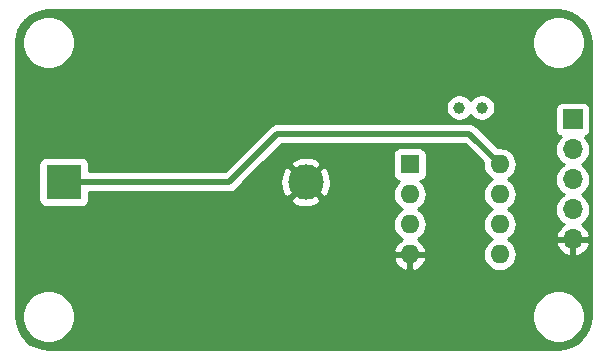
<source format=gbr>
G04 #@! TF.GenerationSoftware,KiCad,Pcbnew,(5.1.2)-2*
G04 #@! TF.CreationDate,2019-09-23T01:23:54-05:00*
G04 #@! TF.ProjectId,rtc,7274632e-6b69-4636-9164-5f7063625858,rev?*
G04 #@! TF.SameCoordinates,Original*
G04 #@! TF.FileFunction,Copper,L2,Bot*
G04 #@! TF.FilePolarity,Positive*
%FSLAX46Y46*%
G04 Gerber Fmt 4.6, Leading zero omitted, Abs format (unit mm)*
G04 Created by KiCad (PCBNEW (5.1.2)-2) date 2019-09-23 01:23:54*
%MOMM*%
%LPD*%
G04 APERTURE LIST*
%ADD10R,1.600000X1.600000*%
%ADD11O,1.600000X1.600000*%
%ADD12R,1.700000X1.700000*%
%ADD13O,1.700000X1.700000*%
%ADD14C,1.000000*%
%ADD15R,3.000000X3.000000*%
%ADD16C,3.000000*%
%ADD17C,0.508000*%
%ADD18C,0.254000*%
G04 APERTURE END LIST*
D10*
X60000000Y-44700000D03*
D11*
X67620000Y-52320000D03*
X60000000Y-47240000D03*
X67620000Y-49780000D03*
X60000000Y-49780000D03*
X67620000Y-47240000D03*
X60000000Y-52320000D03*
X67620000Y-44700000D03*
D12*
X73800000Y-40900000D03*
D13*
X73800000Y-43440000D03*
X73800000Y-45980000D03*
X73800000Y-48520000D03*
X73800000Y-51060000D03*
D14*
X64200000Y-39900000D03*
X66100000Y-39900000D03*
D15*
X30700000Y-46200000D03*
D16*
X51190000Y-46200000D03*
D17*
X44700000Y-46200000D02*
X48800000Y-42100000D01*
X30700000Y-46200000D02*
X44700000Y-46200000D01*
X48800000Y-42100000D02*
X65020000Y-42100000D01*
X65020000Y-42100000D02*
X67620000Y-44700000D01*
D18*
G36*
X73131586Y-31715287D02*
G01*
X73642927Y-31869670D01*
X74114540Y-32120431D01*
X74528467Y-32458022D01*
X74868940Y-32869583D01*
X75122987Y-33339433D01*
X75280937Y-33849688D01*
X75340001Y-34411647D01*
X75340000Y-57567722D01*
X75284713Y-58131586D01*
X75130330Y-58642927D01*
X74879569Y-59114540D01*
X74541976Y-59528470D01*
X74130418Y-59868940D01*
X73660567Y-60122987D01*
X73150314Y-60280937D01*
X72588362Y-60340000D01*
X29432278Y-60340000D01*
X28868414Y-60284713D01*
X28357073Y-60130330D01*
X27885460Y-59879569D01*
X27471530Y-59541976D01*
X27131060Y-59130418D01*
X26877013Y-58660567D01*
X26719063Y-58150314D01*
X26660000Y-57588362D01*
X26660000Y-57379872D01*
X27165000Y-57379872D01*
X27165000Y-57820128D01*
X27250890Y-58251925D01*
X27419369Y-58658669D01*
X27663962Y-59024729D01*
X27975271Y-59336038D01*
X28341331Y-59580631D01*
X28748075Y-59749110D01*
X29179872Y-59835000D01*
X29620128Y-59835000D01*
X30051925Y-59749110D01*
X30458669Y-59580631D01*
X30824729Y-59336038D01*
X31136038Y-59024729D01*
X31380631Y-58658669D01*
X31549110Y-58251925D01*
X31635000Y-57820128D01*
X31635000Y-57379872D01*
X70365000Y-57379872D01*
X70365000Y-57820128D01*
X70450890Y-58251925D01*
X70619369Y-58658669D01*
X70863962Y-59024729D01*
X71175271Y-59336038D01*
X71541331Y-59580631D01*
X71948075Y-59749110D01*
X72379872Y-59835000D01*
X72820128Y-59835000D01*
X73251925Y-59749110D01*
X73658669Y-59580631D01*
X74024729Y-59336038D01*
X74336038Y-59024729D01*
X74580631Y-58658669D01*
X74749110Y-58251925D01*
X74835000Y-57820128D01*
X74835000Y-57379872D01*
X74749110Y-56948075D01*
X74580631Y-56541331D01*
X74336038Y-56175271D01*
X74024729Y-55863962D01*
X73658669Y-55619369D01*
X73251925Y-55450890D01*
X72820128Y-55365000D01*
X72379872Y-55365000D01*
X71948075Y-55450890D01*
X71541331Y-55619369D01*
X71175271Y-55863962D01*
X70863962Y-56175271D01*
X70619369Y-56541331D01*
X70450890Y-56948075D01*
X70365000Y-57379872D01*
X31635000Y-57379872D01*
X31549110Y-56948075D01*
X31380631Y-56541331D01*
X31136038Y-56175271D01*
X30824729Y-55863962D01*
X30458669Y-55619369D01*
X30051925Y-55450890D01*
X29620128Y-55365000D01*
X29179872Y-55365000D01*
X28748075Y-55450890D01*
X28341331Y-55619369D01*
X27975271Y-55863962D01*
X27663962Y-56175271D01*
X27419369Y-56541331D01*
X27250890Y-56948075D01*
X27165000Y-57379872D01*
X26660000Y-57379872D01*
X26660000Y-52669039D01*
X58608096Y-52669039D01*
X58648754Y-52803087D01*
X58768963Y-53057420D01*
X58936481Y-53283414D01*
X59144869Y-53472385D01*
X59386119Y-53617070D01*
X59650960Y-53711909D01*
X59873000Y-53590624D01*
X59873000Y-52447000D01*
X60127000Y-52447000D01*
X60127000Y-53590624D01*
X60349040Y-53711909D01*
X60613881Y-53617070D01*
X60855131Y-53472385D01*
X61063519Y-53283414D01*
X61231037Y-53057420D01*
X61351246Y-52803087D01*
X61391904Y-52669039D01*
X61269915Y-52447000D01*
X60127000Y-52447000D01*
X59873000Y-52447000D01*
X58730085Y-52447000D01*
X58608096Y-52669039D01*
X26660000Y-52669039D01*
X26660000Y-44700000D01*
X28561928Y-44700000D01*
X28561928Y-47700000D01*
X28574188Y-47824482D01*
X28610498Y-47944180D01*
X28669463Y-48054494D01*
X28748815Y-48151185D01*
X28845506Y-48230537D01*
X28955820Y-48289502D01*
X29075518Y-48325812D01*
X29200000Y-48338072D01*
X32200000Y-48338072D01*
X32324482Y-48325812D01*
X32444180Y-48289502D01*
X32554494Y-48230537D01*
X32651185Y-48151185D01*
X32730537Y-48054494D01*
X32789502Y-47944180D01*
X32825812Y-47824482D01*
X32838072Y-47700000D01*
X32838072Y-47691653D01*
X49877952Y-47691653D01*
X50033962Y-48007214D01*
X50408745Y-48198020D01*
X50813551Y-48312044D01*
X51232824Y-48344902D01*
X51650451Y-48295334D01*
X52050383Y-48165243D01*
X52346038Y-48007214D01*
X52502048Y-47691653D01*
X51190000Y-46379605D01*
X49877952Y-47691653D01*
X32838072Y-47691653D01*
X32838072Y-47089000D01*
X44656340Y-47089000D01*
X44700000Y-47093300D01*
X44743660Y-47089000D01*
X44743667Y-47089000D01*
X44874274Y-47076136D01*
X45041851Y-47025303D01*
X45196291Y-46942753D01*
X45331659Y-46831659D01*
X45359499Y-46797736D01*
X45914411Y-46242824D01*
X49045098Y-46242824D01*
X49094666Y-46660451D01*
X49224757Y-47060383D01*
X49382786Y-47356038D01*
X49698347Y-47512048D01*
X51010395Y-46200000D01*
X51369605Y-46200000D01*
X52681653Y-47512048D01*
X52997214Y-47356038D01*
X53056290Y-47240000D01*
X58558057Y-47240000D01*
X58585764Y-47521309D01*
X58667818Y-47791808D01*
X58801068Y-48041101D01*
X58980392Y-48259608D01*
X59198899Y-48438932D01*
X59331858Y-48510000D01*
X59198899Y-48581068D01*
X58980392Y-48760392D01*
X58801068Y-48978899D01*
X58667818Y-49228192D01*
X58585764Y-49498691D01*
X58558057Y-49780000D01*
X58585764Y-50061309D01*
X58667818Y-50331808D01*
X58801068Y-50581101D01*
X58980392Y-50799608D01*
X59198899Y-50978932D01*
X59336682Y-51052579D01*
X59144869Y-51167615D01*
X58936481Y-51356586D01*
X58768963Y-51582580D01*
X58648754Y-51836913D01*
X58608096Y-51970961D01*
X58730085Y-52193000D01*
X59873000Y-52193000D01*
X59873000Y-52173000D01*
X60127000Y-52173000D01*
X60127000Y-52193000D01*
X61269915Y-52193000D01*
X61391904Y-51970961D01*
X61351246Y-51836913D01*
X61231037Y-51582580D01*
X61063519Y-51356586D01*
X60855131Y-51167615D01*
X60663318Y-51052579D01*
X60801101Y-50978932D01*
X61019608Y-50799608D01*
X61198932Y-50581101D01*
X61332182Y-50331808D01*
X61414236Y-50061309D01*
X61441943Y-49780000D01*
X61414236Y-49498691D01*
X61332182Y-49228192D01*
X61198932Y-48978899D01*
X61019608Y-48760392D01*
X60801101Y-48581068D01*
X60668142Y-48510000D01*
X60801101Y-48438932D01*
X61019608Y-48259608D01*
X61198932Y-48041101D01*
X61332182Y-47791808D01*
X61414236Y-47521309D01*
X61441943Y-47240000D01*
X61414236Y-46958691D01*
X61332182Y-46688192D01*
X61198932Y-46438899D01*
X61019608Y-46220392D01*
X60906518Y-46127581D01*
X60924482Y-46125812D01*
X61044180Y-46089502D01*
X61154494Y-46030537D01*
X61251185Y-45951185D01*
X61330537Y-45854494D01*
X61389502Y-45744180D01*
X61425812Y-45624482D01*
X61438072Y-45500000D01*
X61438072Y-43900000D01*
X61425812Y-43775518D01*
X61389502Y-43655820D01*
X61330537Y-43545506D01*
X61251185Y-43448815D01*
X61154494Y-43369463D01*
X61044180Y-43310498D01*
X60924482Y-43274188D01*
X60800000Y-43261928D01*
X59200000Y-43261928D01*
X59075518Y-43274188D01*
X58955820Y-43310498D01*
X58845506Y-43369463D01*
X58748815Y-43448815D01*
X58669463Y-43545506D01*
X58610498Y-43655820D01*
X58574188Y-43775518D01*
X58561928Y-43900000D01*
X58561928Y-45500000D01*
X58574188Y-45624482D01*
X58610498Y-45744180D01*
X58669463Y-45854494D01*
X58748815Y-45951185D01*
X58845506Y-46030537D01*
X58955820Y-46089502D01*
X59075518Y-46125812D01*
X59093482Y-46127581D01*
X58980392Y-46220392D01*
X58801068Y-46438899D01*
X58667818Y-46688192D01*
X58585764Y-46958691D01*
X58558057Y-47240000D01*
X53056290Y-47240000D01*
X53188020Y-46981255D01*
X53302044Y-46576449D01*
X53334902Y-46157176D01*
X53285334Y-45739549D01*
X53155243Y-45339617D01*
X52997214Y-45043962D01*
X52681653Y-44887952D01*
X51369605Y-46200000D01*
X51010395Y-46200000D01*
X49698347Y-44887952D01*
X49382786Y-45043962D01*
X49191980Y-45418745D01*
X49077956Y-45823551D01*
X49045098Y-46242824D01*
X45914411Y-46242824D01*
X47448888Y-44708347D01*
X49877952Y-44708347D01*
X51190000Y-46020395D01*
X52502048Y-44708347D01*
X52346038Y-44392786D01*
X51971255Y-44201980D01*
X51566449Y-44087956D01*
X51147176Y-44055098D01*
X50729549Y-44104666D01*
X50329617Y-44234757D01*
X50033962Y-44392786D01*
X49877952Y-44708347D01*
X47448888Y-44708347D01*
X49168236Y-42989000D01*
X64651765Y-42989000D01*
X66194618Y-44531853D01*
X66178057Y-44700000D01*
X66205764Y-44981309D01*
X66287818Y-45251808D01*
X66421068Y-45501101D01*
X66600392Y-45719608D01*
X66818899Y-45898932D01*
X66951858Y-45970000D01*
X66818899Y-46041068D01*
X66600392Y-46220392D01*
X66421068Y-46438899D01*
X66287818Y-46688192D01*
X66205764Y-46958691D01*
X66178057Y-47240000D01*
X66205764Y-47521309D01*
X66287818Y-47791808D01*
X66421068Y-48041101D01*
X66600392Y-48259608D01*
X66818899Y-48438932D01*
X66951858Y-48510000D01*
X66818899Y-48581068D01*
X66600392Y-48760392D01*
X66421068Y-48978899D01*
X66287818Y-49228192D01*
X66205764Y-49498691D01*
X66178057Y-49780000D01*
X66205764Y-50061309D01*
X66287818Y-50331808D01*
X66421068Y-50581101D01*
X66600392Y-50799608D01*
X66818899Y-50978932D01*
X66951858Y-51050000D01*
X66818899Y-51121068D01*
X66600392Y-51300392D01*
X66421068Y-51518899D01*
X66287818Y-51768192D01*
X66205764Y-52038691D01*
X66178057Y-52320000D01*
X66205764Y-52601309D01*
X66287818Y-52871808D01*
X66421068Y-53121101D01*
X66600392Y-53339608D01*
X66818899Y-53518932D01*
X67068192Y-53652182D01*
X67338691Y-53734236D01*
X67549508Y-53755000D01*
X67690492Y-53755000D01*
X67901309Y-53734236D01*
X68171808Y-53652182D01*
X68421101Y-53518932D01*
X68639608Y-53339608D01*
X68818932Y-53121101D01*
X68952182Y-52871808D01*
X69034236Y-52601309D01*
X69061943Y-52320000D01*
X69034236Y-52038691D01*
X68952182Y-51768192D01*
X68818932Y-51518899D01*
X68735216Y-51416890D01*
X72358524Y-51416890D01*
X72403175Y-51564099D01*
X72528359Y-51826920D01*
X72702412Y-52060269D01*
X72918645Y-52255178D01*
X73168748Y-52404157D01*
X73443109Y-52501481D01*
X73673000Y-52380814D01*
X73673000Y-51187000D01*
X73927000Y-51187000D01*
X73927000Y-52380814D01*
X74156891Y-52501481D01*
X74431252Y-52404157D01*
X74681355Y-52255178D01*
X74897588Y-52060269D01*
X75071641Y-51826920D01*
X75196825Y-51564099D01*
X75241476Y-51416890D01*
X75120155Y-51187000D01*
X73927000Y-51187000D01*
X73673000Y-51187000D01*
X72479845Y-51187000D01*
X72358524Y-51416890D01*
X68735216Y-51416890D01*
X68639608Y-51300392D01*
X68421101Y-51121068D01*
X68288142Y-51050000D01*
X68421101Y-50978932D01*
X68639608Y-50799608D01*
X68818932Y-50581101D01*
X68952182Y-50331808D01*
X69034236Y-50061309D01*
X69061943Y-49780000D01*
X69034236Y-49498691D01*
X68952182Y-49228192D01*
X68818932Y-48978899D01*
X68639608Y-48760392D01*
X68421101Y-48581068D01*
X68288142Y-48510000D01*
X68421101Y-48438932D01*
X68639608Y-48259608D01*
X68818932Y-48041101D01*
X68952182Y-47791808D01*
X69034236Y-47521309D01*
X69061943Y-47240000D01*
X69034236Y-46958691D01*
X68952182Y-46688192D01*
X68818932Y-46438899D01*
X68639608Y-46220392D01*
X68421101Y-46041068D01*
X68288142Y-45970000D01*
X68421101Y-45898932D01*
X68639608Y-45719608D01*
X68818932Y-45501101D01*
X68952182Y-45251808D01*
X69034236Y-44981309D01*
X69061943Y-44700000D01*
X69034236Y-44418691D01*
X68952182Y-44148192D01*
X68818932Y-43898899D01*
X68639608Y-43680392D01*
X68421101Y-43501068D01*
X68306851Y-43440000D01*
X72307815Y-43440000D01*
X72336487Y-43731111D01*
X72421401Y-44011034D01*
X72559294Y-44269014D01*
X72744866Y-44495134D01*
X72970986Y-44680706D01*
X73025791Y-44710000D01*
X72970986Y-44739294D01*
X72744866Y-44924866D01*
X72559294Y-45150986D01*
X72421401Y-45408966D01*
X72336487Y-45688889D01*
X72307815Y-45980000D01*
X72336487Y-46271111D01*
X72421401Y-46551034D01*
X72559294Y-46809014D01*
X72744866Y-47035134D01*
X72970986Y-47220706D01*
X73025791Y-47250000D01*
X72970986Y-47279294D01*
X72744866Y-47464866D01*
X72559294Y-47690986D01*
X72421401Y-47948966D01*
X72336487Y-48228889D01*
X72307815Y-48520000D01*
X72336487Y-48811111D01*
X72421401Y-49091034D01*
X72559294Y-49349014D01*
X72744866Y-49575134D01*
X72970986Y-49760706D01*
X73035523Y-49795201D01*
X72918645Y-49864822D01*
X72702412Y-50059731D01*
X72528359Y-50293080D01*
X72403175Y-50555901D01*
X72358524Y-50703110D01*
X72479845Y-50933000D01*
X73673000Y-50933000D01*
X73673000Y-50913000D01*
X73927000Y-50913000D01*
X73927000Y-50933000D01*
X75120155Y-50933000D01*
X75241476Y-50703110D01*
X75196825Y-50555901D01*
X75071641Y-50293080D01*
X74897588Y-50059731D01*
X74681355Y-49864822D01*
X74564477Y-49795201D01*
X74629014Y-49760706D01*
X74855134Y-49575134D01*
X75040706Y-49349014D01*
X75178599Y-49091034D01*
X75263513Y-48811111D01*
X75292185Y-48520000D01*
X75263513Y-48228889D01*
X75178599Y-47948966D01*
X75040706Y-47690986D01*
X74855134Y-47464866D01*
X74629014Y-47279294D01*
X74574209Y-47250000D01*
X74629014Y-47220706D01*
X74855134Y-47035134D01*
X75040706Y-46809014D01*
X75178599Y-46551034D01*
X75263513Y-46271111D01*
X75292185Y-45980000D01*
X75263513Y-45688889D01*
X75178599Y-45408966D01*
X75040706Y-45150986D01*
X74855134Y-44924866D01*
X74629014Y-44739294D01*
X74574209Y-44710000D01*
X74629014Y-44680706D01*
X74855134Y-44495134D01*
X75040706Y-44269014D01*
X75178599Y-44011034D01*
X75263513Y-43731111D01*
X75292185Y-43440000D01*
X75263513Y-43148889D01*
X75178599Y-42868966D01*
X75040706Y-42610986D01*
X74855134Y-42384866D01*
X74825313Y-42360393D01*
X74894180Y-42339502D01*
X75004494Y-42280537D01*
X75101185Y-42201185D01*
X75180537Y-42104494D01*
X75239502Y-41994180D01*
X75275812Y-41874482D01*
X75288072Y-41750000D01*
X75288072Y-40050000D01*
X75275812Y-39925518D01*
X75239502Y-39805820D01*
X75180537Y-39695506D01*
X75101185Y-39598815D01*
X75004494Y-39519463D01*
X74894180Y-39460498D01*
X74774482Y-39424188D01*
X74650000Y-39411928D01*
X72950000Y-39411928D01*
X72825518Y-39424188D01*
X72705820Y-39460498D01*
X72595506Y-39519463D01*
X72498815Y-39598815D01*
X72419463Y-39695506D01*
X72360498Y-39805820D01*
X72324188Y-39925518D01*
X72311928Y-40050000D01*
X72311928Y-41750000D01*
X72324188Y-41874482D01*
X72360498Y-41994180D01*
X72419463Y-42104494D01*
X72498815Y-42201185D01*
X72595506Y-42280537D01*
X72705820Y-42339502D01*
X72774687Y-42360393D01*
X72744866Y-42384866D01*
X72559294Y-42610986D01*
X72421401Y-42868966D01*
X72336487Y-43148889D01*
X72307815Y-43440000D01*
X68306851Y-43440000D01*
X68171808Y-43367818D01*
X67901309Y-43285764D01*
X67690492Y-43265000D01*
X67549508Y-43265000D01*
X67451853Y-43274618D01*
X65679499Y-41502264D01*
X65651659Y-41468341D01*
X65516291Y-41357247D01*
X65361851Y-41274697D01*
X65194274Y-41223864D01*
X65063667Y-41211000D01*
X65063660Y-41211000D01*
X65020000Y-41206700D01*
X64976340Y-41211000D01*
X48843668Y-41211000D01*
X48800000Y-41206699D01*
X48625725Y-41223864D01*
X48574892Y-41239284D01*
X48458149Y-41274697D01*
X48303709Y-41357247D01*
X48168341Y-41468341D01*
X48140506Y-41502258D01*
X44331765Y-45311000D01*
X32838072Y-45311000D01*
X32838072Y-44700000D01*
X32825812Y-44575518D01*
X32789502Y-44455820D01*
X32730537Y-44345506D01*
X32651185Y-44248815D01*
X32554494Y-44169463D01*
X32444180Y-44110498D01*
X32324482Y-44074188D01*
X32200000Y-44061928D01*
X29200000Y-44061928D01*
X29075518Y-44074188D01*
X28955820Y-44110498D01*
X28845506Y-44169463D01*
X28748815Y-44248815D01*
X28669463Y-44345506D01*
X28610498Y-44455820D01*
X28574188Y-44575518D01*
X28561928Y-44700000D01*
X26660000Y-44700000D01*
X26660000Y-39788212D01*
X63065000Y-39788212D01*
X63065000Y-40011788D01*
X63108617Y-40231067D01*
X63194176Y-40437624D01*
X63318388Y-40623520D01*
X63476480Y-40781612D01*
X63662376Y-40905824D01*
X63868933Y-40991383D01*
X64088212Y-41035000D01*
X64311788Y-41035000D01*
X64531067Y-40991383D01*
X64737624Y-40905824D01*
X64923520Y-40781612D01*
X65081612Y-40623520D01*
X65150000Y-40521170D01*
X65218388Y-40623520D01*
X65376480Y-40781612D01*
X65562376Y-40905824D01*
X65768933Y-40991383D01*
X65988212Y-41035000D01*
X66211788Y-41035000D01*
X66431067Y-40991383D01*
X66637624Y-40905824D01*
X66823520Y-40781612D01*
X66981612Y-40623520D01*
X67105824Y-40437624D01*
X67191383Y-40231067D01*
X67235000Y-40011788D01*
X67235000Y-39788212D01*
X67191383Y-39568933D01*
X67105824Y-39362376D01*
X66981612Y-39176480D01*
X66823520Y-39018388D01*
X66637624Y-38894176D01*
X66431067Y-38808617D01*
X66211788Y-38765000D01*
X65988212Y-38765000D01*
X65768933Y-38808617D01*
X65562376Y-38894176D01*
X65376480Y-39018388D01*
X65218388Y-39176480D01*
X65150000Y-39278830D01*
X65081612Y-39176480D01*
X64923520Y-39018388D01*
X64737624Y-38894176D01*
X64531067Y-38808617D01*
X64311788Y-38765000D01*
X64088212Y-38765000D01*
X63868933Y-38808617D01*
X63662376Y-38894176D01*
X63476480Y-39018388D01*
X63318388Y-39176480D01*
X63194176Y-39362376D01*
X63108617Y-39568933D01*
X63065000Y-39788212D01*
X26660000Y-39788212D01*
X26660000Y-34432278D01*
X26684748Y-34179872D01*
X27165000Y-34179872D01*
X27165000Y-34620128D01*
X27250890Y-35051925D01*
X27419369Y-35458669D01*
X27663962Y-35824729D01*
X27975271Y-36136038D01*
X28341331Y-36380631D01*
X28748075Y-36549110D01*
X29179872Y-36635000D01*
X29620128Y-36635000D01*
X30051925Y-36549110D01*
X30458669Y-36380631D01*
X30824729Y-36136038D01*
X31136038Y-35824729D01*
X31380631Y-35458669D01*
X31549110Y-35051925D01*
X31635000Y-34620128D01*
X31635000Y-34179872D01*
X70365000Y-34179872D01*
X70365000Y-34620128D01*
X70450890Y-35051925D01*
X70619369Y-35458669D01*
X70863962Y-35824729D01*
X71175271Y-36136038D01*
X71541331Y-36380631D01*
X71948075Y-36549110D01*
X72379872Y-36635000D01*
X72820128Y-36635000D01*
X73251925Y-36549110D01*
X73658669Y-36380631D01*
X74024729Y-36136038D01*
X74336038Y-35824729D01*
X74580631Y-35458669D01*
X74749110Y-35051925D01*
X74835000Y-34620128D01*
X74835000Y-34179872D01*
X74749110Y-33748075D01*
X74580631Y-33341331D01*
X74336038Y-32975271D01*
X74024729Y-32663962D01*
X73658669Y-32419369D01*
X73251925Y-32250890D01*
X72820128Y-32165000D01*
X72379872Y-32165000D01*
X71948075Y-32250890D01*
X71541331Y-32419369D01*
X71175271Y-32663962D01*
X70863962Y-32975271D01*
X70619369Y-33341331D01*
X70450890Y-33748075D01*
X70365000Y-34179872D01*
X31635000Y-34179872D01*
X31549110Y-33748075D01*
X31380631Y-33341331D01*
X31136038Y-32975271D01*
X30824729Y-32663962D01*
X30458669Y-32419369D01*
X30051925Y-32250890D01*
X29620128Y-32165000D01*
X29179872Y-32165000D01*
X28748075Y-32250890D01*
X28341331Y-32419369D01*
X27975271Y-32663962D01*
X27663962Y-32975271D01*
X27419369Y-33341331D01*
X27250890Y-33748075D01*
X27165000Y-34179872D01*
X26684748Y-34179872D01*
X26715287Y-33868414D01*
X26869670Y-33357073D01*
X27120431Y-32885460D01*
X27458022Y-32471533D01*
X27869583Y-32131060D01*
X28339433Y-31877013D01*
X28849688Y-31719063D01*
X29411638Y-31660000D01*
X72567722Y-31660000D01*
X73131586Y-31715287D01*
X73131586Y-31715287D01*
G37*
X73131586Y-31715287D02*
X73642927Y-31869670D01*
X74114540Y-32120431D01*
X74528467Y-32458022D01*
X74868940Y-32869583D01*
X75122987Y-33339433D01*
X75280937Y-33849688D01*
X75340001Y-34411647D01*
X75340000Y-57567722D01*
X75284713Y-58131586D01*
X75130330Y-58642927D01*
X74879569Y-59114540D01*
X74541976Y-59528470D01*
X74130418Y-59868940D01*
X73660567Y-60122987D01*
X73150314Y-60280937D01*
X72588362Y-60340000D01*
X29432278Y-60340000D01*
X28868414Y-60284713D01*
X28357073Y-60130330D01*
X27885460Y-59879569D01*
X27471530Y-59541976D01*
X27131060Y-59130418D01*
X26877013Y-58660567D01*
X26719063Y-58150314D01*
X26660000Y-57588362D01*
X26660000Y-57379872D01*
X27165000Y-57379872D01*
X27165000Y-57820128D01*
X27250890Y-58251925D01*
X27419369Y-58658669D01*
X27663962Y-59024729D01*
X27975271Y-59336038D01*
X28341331Y-59580631D01*
X28748075Y-59749110D01*
X29179872Y-59835000D01*
X29620128Y-59835000D01*
X30051925Y-59749110D01*
X30458669Y-59580631D01*
X30824729Y-59336038D01*
X31136038Y-59024729D01*
X31380631Y-58658669D01*
X31549110Y-58251925D01*
X31635000Y-57820128D01*
X31635000Y-57379872D01*
X70365000Y-57379872D01*
X70365000Y-57820128D01*
X70450890Y-58251925D01*
X70619369Y-58658669D01*
X70863962Y-59024729D01*
X71175271Y-59336038D01*
X71541331Y-59580631D01*
X71948075Y-59749110D01*
X72379872Y-59835000D01*
X72820128Y-59835000D01*
X73251925Y-59749110D01*
X73658669Y-59580631D01*
X74024729Y-59336038D01*
X74336038Y-59024729D01*
X74580631Y-58658669D01*
X74749110Y-58251925D01*
X74835000Y-57820128D01*
X74835000Y-57379872D01*
X74749110Y-56948075D01*
X74580631Y-56541331D01*
X74336038Y-56175271D01*
X74024729Y-55863962D01*
X73658669Y-55619369D01*
X73251925Y-55450890D01*
X72820128Y-55365000D01*
X72379872Y-55365000D01*
X71948075Y-55450890D01*
X71541331Y-55619369D01*
X71175271Y-55863962D01*
X70863962Y-56175271D01*
X70619369Y-56541331D01*
X70450890Y-56948075D01*
X70365000Y-57379872D01*
X31635000Y-57379872D01*
X31549110Y-56948075D01*
X31380631Y-56541331D01*
X31136038Y-56175271D01*
X30824729Y-55863962D01*
X30458669Y-55619369D01*
X30051925Y-55450890D01*
X29620128Y-55365000D01*
X29179872Y-55365000D01*
X28748075Y-55450890D01*
X28341331Y-55619369D01*
X27975271Y-55863962D01*
X27663962Y-56175271D01*
X27419369Y-56541331D01*
X27250890Y-56948075D01*
X27165000Y-57379872D01*
X26660000Y-57379872D01*
X26660000Y-52669039D01*
X58608096Y-52669039D01*
X58648754Y-52803087D01*
X58768963Y-53057420D01*
X58936481Y-53283414D01*
X59144869Y-53472385D01*
X59386119Y-53617070D01*
X59650960Y-53711909D01*
X59873000Y-53590624D01*
X59873000Y-52447000D01*
X60127000Y-52447000D01*
X60127000Y-53590624D01*
X60349040Y-53711909D01*
X60613881Y-53617070D01*
X60855131Y-53472385D01*
X61063519Y-53283414D01*
X61231037Y-53057420D01*
X61351246Y-52803087D01*
X61391904Y-52669039D01*
X61269915Y-52447000D01*
X60127000Y-52447000D01*
X59873000Y-52447000D01*
X58730085Y-52447000D01*
X58608096Y-52669039D01*
X26660000Y-52669039D01*
X26660000Y-44700000D01*
X28561928Y-44700000D01*
X28561928Y-47700000D01*
X28574188Y-47824482D01*
X28610498Y-47944180D01*
X28669463Y-48054494D01*
X28748815Y-48151185D01*
X28845506Y-48230537D01*
X28955820Y-48289502D01*
X29075518Y-48325812D01*
X29200000Y-48338072D01*
X32200000Y-48338072D01*
X32324482Y-48325812D01*
X32444180Y-48289502D01*
X32554494Y-48230537D01*
X32651185Y-48151185D01*
X32730537Y-48054494D01*
X32789502Y-47944180D01*
X32825812Y-47824482D01*
X32838072Y-47700000D01*
X32838072Y-47691653D01*
X49877952Y-47691653D01*
X50033962Y-48007214D01*
X50408745Y-48198020D01*
X50813551Y-48312044D01*
X51232824Y-48344902D01*
X51650451Y-48295334D01*
X52050383Y-48165243D01*
X52346038Y-48007214D01*
X52502048Y-47691653D01*
X51190000Y-46379605D01*
X49877952Y-47691653D01*
X32838072Y-47691653D01*
X32838072Y-47089000D01*
X44656340Y-47089000D01*
X44700000Y-47093300D01*
X44743660Y-47089000D01*
X44743667Y-47089000D01*
X44874274Y-47076136D01*
X45041851Y-47025303D01*
X45196291Y-46942753D01*
X45331659Y-46831659D01*
X45359499Y-46797736D01*
X45914411Y-46242824D01*
X49045098Y-46242824D01*
X49094666Y-46660451D01*
X49224757Y-47060383D01*
X49382786Y-47356038D01*
X49698347Y-47512048D01*
X51010395Y-46200000D01*
X51369605Y-46200000D01*
X52681653Y-47512048D01*
X52997214Y-47356038D01*
X53056290Y-47240000D01*
X58558057Y-47240000D01*
X58585764Y-47521309D01*
X58667818Y-47791808D01*
X58801068Y-48041101D01*
X58980392Y-48259608D01*
X59198899Y-48438932D01*
X59331858Y-48510000D01*
X59198899Y-48581068D01*
X58980392Y-48760392D01*
X58801068Y-48978899D01*
X58667818Y-49228192D01*
X58585764Y-49498691D01*
X58558057Y-49780000D01*
X58585764Y-50061309D01*
X58667818Y-50331808D01*
X58801068Y-50581101D01*
X58980392Y-50799608D01*
X59198899Y-50978932D01*
X59336682Y-51052579D01*
X59144869Y-51167615D01*
X58936481Y-51356586D01*
X58768963Y-51582580D01*
X58648754Y-51836913D01*
X58608096Y-51970961D01*
X58730085Y-52193000D01*
X59873000Y-52193000D01*
X59873000Y-52173000D01*
X60127000Y-52173000D01*
X60127000Y-52193000D01*
X61269915Y-52193000D01*
X61391904Y-51970961D01*
X61351246Y-51836913D01*
X61231037Y-51582580D01*
X61063519Y-51356586D01*
X60855131Y-51167615D01*
X60663318Y-51052579D01*
X60801101Y-50978932D01*
X61019608Y-50799608D01*
X61198932Y-50581101D01*
X61332182Y-50331808D01*
X61414236Y-50061309D01*
X61441943Y-49780000D01*
X61414236Y-49498691D01*
X61332182Y-49228192D01*
X61198932Y-48978899D01*
X61019608Y-48760392D01*
X60801101Y-48581068D01*
X60668142Y-48510000D01*
X60801101Y-48438932D01*
X61019608Y-48259608D01*
X61198932Y-48041101D01*
X61332182Y-47791808D01*
X61414236Y-47521309D01*
X61441943Y-47240000D01*
X61414236Y-46958691D01*
X61332182Y-46688192D01*
X61198932Y-46438899D01*
X61019608Y-46220392D01*
X60906518Y-46127581D01*
X60924482Y-46125812D01*
X61044180Y-46089502D01*
X61154494Y-46030537D01*
X61251185Y-45951185D01*
X61330537Y-45854494D01*
X61389502Y-45744180D01*
X61425812Y-45624482D01*
X61438072Y-45500000D01*
X61438072Y-43900000D01*
X61425812Y-43775518D01*
X61389502Y-43655820D01*
X61330537Y-43545506D01*
X61251185Y-43448815D01*
X61154494Y-43369463D01*
X61044180Y-43310498D01*
X60924482Y-43274188D01*
X60800000Y-43261928D01*
X59200000Y-43261928D01*
X59075518Y-43274188D01*
X58955820Y-43310498D01*
X58845506Y-43369463D01*
X58748815Y-43448815D01*
X58669463Y-43545506D01*
X58610498Y-43655820D01*
X58574188Y-43775518D01*
X58561928Y-43900000D01*
X58561928Y-45500000D01*
X58574188Y-45624482D01*
X58610498Y-45744180D01*
X58669463Y-45854494D01*
X58748815Y-45951185D01*
X58845506Y-46030537D01*
X58955820Y-46089502D01*
X59075518Y-46125812D01*
X59093482Y-46127581D01*
X58980392Y-46220392D01*
X58801068Y-46438899D01*
X58667818Y-46688192D01*
X58585764Y-46958691D01*
X58558057Y-47240000D01*
X53056290Y-47240000D01*
X53188020Y-46981255D01*
X53302044Y-46576449D01*
X53334902Y-46157176D01*
X53285334Y-45739549D01*
X53155243Y-45339617D01*
X52997214Y-45043962D01*
X52681653Y-44887952D01*
X51369605Y-46200000D01*
X51010395Y-46200000D01*
X49698347Y-44887952D01*
X49382786Y-45043962D01*
X49191980Y-45418745D01*
X49077956Y-45823551D01*
X49045098Y-46242824D01*
X45914411Y-46242824D01*
X47448888Y-44708347D01*
X49877952Y-44708347D01*
X51190000Y-46020395D01*
X52502048Y-44708347D01*
X52346038Y-44392786D01*
X51971255Y-44201980D01*
X51566449Y-44087956D01*
X51147176Y-44055098D01*
X50729549Y-44104666D01*
X50329617Y-44234757D01*
X50033962Y-44392786D01*
X49877952Y-44708347D01*
X47448888Y-44708347D01*
X49168236Y-42989000D01*
X64651765Y-42989000D01*
X66194618Y-44531853D01*
X66178057Y-44700000D01*
X66205764Y-44981309D01*
X66287818Y-45251808D01*
X66421068Y-45501101D01*
X66600392Y-45719608D01*
X66818899Y-45898932D01*
X66951858Y-45970000D01*
X66818899Y-46041068D01*
X66600392Y-46220392D01*
X66421068Y-46438899D01*
X66287818Y-46688192D01*
X66205764Y-46958691D01*
X66178057Y-47240000D01*
X66205764Y-47521309D01*
X66287818Y-47791808D01*
X66421068Y-48041101D01*
X66600392Y-48259608D01*
X66818899Y-48438932D01*
X66951858Y-48510000D01*
X66818899Y-48581068D01*
X66600392Y-48760392D01*
X66421068Y-48978899D01*
X66287818Y-49228192D01*
X66205764Y-49498691D01*
X66178057Y-49780000D01*
X66205764Y-50061309D01*
X66287818Y-50331808D01*
X66421068Y-50581101D01*
X66600392Y-50799608D01*
X66818899Y-50978932D01*
X66951858Y-51050000D01*
X66818899Y-51121068D01*
X66600392Y-51300392D01*
X66421068Y-51518899D01*
X66287818Y-51768192D01*
X66205764Y-52038691D01*
X66178057Y-52320000D01*
X66205764Y-52601309D01*
X66287818Y-52871808D01*
X66421068Y-53121101D01*
X66600392Y-53339608D01*
X66818899Y-53518932D01*
X67068192Y-53652182D01*
X67338691Y-53734236D01*
X67549508Y-53755000D01*
X67690492Y-53755000D01*
X67901309Y-53734236D01*
X68171808Y-53652182D01*
X68421101Y-53518932D01*
X68639608Y-53339608D01*
X68818932Y-53121101D01*
X68952182Y-52871808D01*
X69034236Y-52601309D01*
X69061943Y-52320000D01*
X69034236Y-52038691D01*
X68952182Y-51768192D01*
X68818932Y-51518899D01*
X68735216Y-51416890D01*
X72358524Y-51416890D01*
X72403175Y-51564099D01*
X72528359Y-51826920D01*
X72702412Y-52060269D01*
X72918645Y-52255178D01*
X73168748Y-52404157D01*
X73443109Y-52501481D01*
X73673000Y-52380814D01*
X73673000Y-51187000D01*
X73927000Y-51187000D01*
X73927000Y-52380814D01*
X74156891Y-52501481D01*
X74431252Y-52404157D01*
X74681355Y-52255178D01*
X74897588Y-52060269D01*
X75071641Y-51826920D01*
X75196825Y-51564099D01*
X75241476Y-51416890D01*
X75120155Y-51187000D01*
X73927000Y-51187000D01*
X73673000Y-51187000D01*
X72479845Y-51187000D01*
X72358524Y-51416890D01*
X68735216Y-51416890D01*
X68639608Y-51300392D01*
X68421101Y-51121068D01*
X68288142Y-51050000D01*
X68421101Y-50978932D01*
X68639608Y-50799608D01*
X68818932Y-50581101D01*
X68952182Y-50331808D01*
X69034236Y-50061309D01*
X69061943Y-49780000D01*
X69034236Y-49498691D01*
X68952182Y-49228192D01*
X68818932Y-48978899D01*
X68639608Y-48760392D01*
X68421101Y-48581068D01*
X68288142Y-48510000D01*
X68421101Y-48438932D01*
X68639608Y-48259608D01*
X68818932Y-48041101D01*
X68952182Y-47791808D01*
X69034236Y-47521309D01*
X69061943Y-47240000D01*
X69034236Y-46958691D01*
X68952182Y-46688192D01*
X68818932Y-46438899D01*
X68639608Y-46220392D01*
X68421101Y-46041068D01*
X68288142Y-45970000D01*
X68421101Y-45898932D01*
X68639608Y-45719608D01*
X68818932Y-45501101D01*
X68952182Y-45251808D01*
X69034236Y-44981309D01*
X69061943Y-44700000D01*
X69034236Y-44418691D01*
X68952182Y-44148192D01*
X68818932Y-43898899D01*
X68639608Y-43680392D01*
X68421101Y-43501068D01*
X68306851Y-43440000D01*
X72307815Y-43440000D01*
X72336487Y-43731111D01*
X72421401Y-44011034D01*
X72559294Y-44269014D01*
X72744866Y-44495134D01*
X72970986Y-44680706D01*
X73025791Y-44710000D01*
X72970986Y-44739294D01*
X72744866Y-44924866D01*
X72559294Y-45150986D01*
X72421401Y-45408966D01*
X72336487Y-45688889D01*
X72307815Y-45980000D01*
X72336487Y-46271111D01*
X72421401Y-46551034D01*
X72559294Y-46809014D01*
X72744866Y-47035134D01*
X72970986Y-47220706D01*
X73025791Y-47250000D01*
X72970986Y-47279294D01*
X72744866Y-47464866D01*
X72559294Y-47690986D01*
X72421401Y-47948966D01*
X72336487Y-48228889D01*
X72307815Y-48520000D01*
X72336487Y-48811111D01*
X72421401Y-49091034D01*
X72559294Y-49349014D01*
X72744866Y-49575134D01*
X72970986Y-49760706D01*
X73035523Y-49795201D01*
X72918645Y-49864822D01*
X72702412Y-50059731D01*
X72528359Y-50293080D01*
X72403175Y-50555901D01*
X72358524Y-50703110D01*
X72479845Y-50933000D01*
X73673000Y-50933000D01*
X73673000Y-50913000D01*
X73927000Y-50913000D01*
X73927000Y-50933000D01*
X75120155Y-50933000D01*
X75241476Y-50703110D01*
X75196825Y-50555901D01*
X75071641Y-50293080D01*
X74897588Y-50059731D01*
X74681355Y-49864822D01*
X74564477Y-49795201D01*
X74629014Y-49760706D01*
X74855134Y-49575134D01*
X75040706Y-49349014D01*
X75178599Y-49091034D01*
X75263513Y-48811111D01*
X75292185Y-48520000D01*
X75263513Y-48228889D01*
X75178599Y-47948966D01*
X75040706Y-47690986D01*
X74855134Y-47464866D01*
X74629014Y-47279294D01*
X74574209Y-47250000D01*
X74629014Y-47220706D01*
X74855134Y-47035134D01*
X75040706Y-46809014D01*
X75178599Y-46551034D01*
X75263513Y-46271111D01*
X75292185Y-45980000D01*
X75263513Y-45688889D01*
X75178599Y-45408966D01*
X75040706Y-45150986D01*
X74855134Y-44924866D01*
X74629014Y-44739294D01*
X74574209Y-44710000D01*
X74629014Y-44680706D01*
X74855134Y-44495134D01*
X75040706Y-44269014D01*
X75178599Y-44011034D01*
X75263513Y-43731111D01*
X75292185Y-43440000D01*
X75263513Y-43148889D01*
X75178599Y-42868966D01*
X75040706Y-42610986D01*
X74855134Y-42384866D01*
X74825313Y-42360393D01*
X74894180Y-42339502D01*
X75004494Y-42280537D01*
X75101185Y-42201185D01*
X75180537Y-42104494D01*
X75239502Y-41994180D01*
X75275812Y-41874482D01*
X75288072Y-41750000D01*
X75288072Y-40050000D01*
X75275812Y-39925518D01*
X75239502Y-39805820D01*
X75180537Y-39695506D01*
X75101185Y-39598815D01*
X75004494Y-39519463D01*
X74894180Y-39460498D01*
X74774482Y-39424188D01*
X74650000Y-39411928D01*
X72950000Y-39411928D01*
X72825518Y-39424188D01*
X72705820Y-39460498D01*
X72595506Y-39519463D01*
X72498815Y-39598815D01*
X72419463Y-39695506D01*
X72360498Y-39805820D01*
X72324188Y-39925518D01*
X72311928Y-40050000D01*
X72311928Y-41750000D01*
X72324188Y-41874482D01*
X72360498Y-41994180D01*
X72419463Y-42104494D01*
X72498815Y-42201185D01*
X72595506Y-42280537D01*
X72705820Y-42339502D01*
X72774687Y-42360393D01*
X72744866Y-42384866D01*
X72559294Y-42610986D01*
X72421401Y-42868966D01*
X72336487Y-43148889D01*
X72307815Y-43440000D01*
X68306851Y-43440000D01*
X68171808Y-43367818D01*
X67901309Y-43285764D01*
X67690492Y-43265000D01*
X67549508Y-43265000D01*
X67451853Y-43274618D01*
X65679499Y-41502264D01*
X65651659Y-41468341D01*
X65516291Y-41357247D01*
X65361851Y-41274697D01*
X65194274Y-41223864D01*
X65063667Y-41211000D01*
X65063660Y-41211000D01*
X65020000Y-41206700D01*
X64976340Y-41211000D01*
X48843668Y-41211000D01*
X48800000Y-41206699D01*
X48625725Y-41223864D01*
X48574892Y-41239284D01*
X48458149Y-41274697D01*
X48303709Y-41357247D01*
X48168341Y-41468341D01*
X48140506Y-41502258D01*
X44331765Y-45311000D01*
X32838072Y-45311000D01*
X32838072Y-44700000D01*
X32825812Y-44575518D01*
X32789502Y-44455820D01*
X32730537Y-44345506D01*
X32651185Y-44248815D01*
X32554494Y-44169463D01*
X32444180Y-44110498D01*
X32324482Y-44074188D01*
X32200000Y-44061928D01*
X29200000Y-44061928D01*
X29075518Y-44074188D01*
X28955820Y-44110498D01*
X28845506Y-44169463D01*
X28748815Y-44248815D01*
X28669463Y-44345506D01*
X28610498Y-44455820D01*
X28574188Y-44575518D01*
X28561928Y-44700000D01*
X26660000Y-44700000D01*
X26660000Y-39788212D01*
X63065000Y-39788212D01*
X63065000Y-40011788D01*
X63108617Y-40231067D01*
X63194176Y-40437624D01*
X63318388Y-40623520D01*
X63476480Y-40781612D01*
X63662376Y-40905824D01*
X63868933Y-40991383D01*
X64088212Y-41035000D01*
X64311788Y-41035000D01*
X64531067Y-40991383D01*
X64737624Y-40905824D01*
X64923520Y-40781612D01*
X65081612Y-40623520D01*
X65150000Y-40521170D01*
X65218388Y-40623520D01*
X65376480Y-40781612D01*
X65562376Y-40905824D01*
X65768933Y-40991383D01*
X65988212Y-41035000D01*
X66211788Y-41035000D01*
X66431067Y-40991383D01*
X66637624Y-40905824D01*
X66823520Y-40781612D01*
X66981612Y-40623520D01*
X67105824Y-40437624D01*
X67191383Y-40231067D01*
X67235000Y-40011788D01*
X67235000Y-39788212D01*
X67191383Y-39568933D01*
X67105824Y-39362376D01*
X66981612Y-39176480D01*
X66823520Y-39018388D01*
X66637624Y-38894176D01*
X66431067Y-38808617D01*
X66211788Y-38765000D01*
X65988212Y-38765000D01*
X65768933Y-38808617D01*
X65562376Y-38894176D01*
X65376480Y-39018388D01*
X65218388Y-39176480D01*
X65150000Y-39278830D01*
X65081612Y-39176480D01*
X64923520Y-39018388D01*
X64737624Y-38894176D01*
X64531067Y-38808617D01*
X64311788Y-38765000D01*
X64088212Y-38765000D01*
X63868933Y-38808617D01*
X63662376Y-38894176D01*
X63476480Y-39018388D01*
X63318388Y-39176480D01*
X63194176Y-39362376D01*
X63108617Y-39568933D01*
X63065000Y-39788212D01*
X26660000Y-39788212D01*
X26660000Y-34432278D01*
X26684748Y-34179872D01*
X27165000Y-34179872D01*
X27165000Y-34620128D01*
X27250890Y-35051925D01*
X27419369Y-35458669D01*
X27663962Y-35824729D01*
X27975271Y-36136038D01*
X28341331Y-36380631D01*
X28748075Y-36549110D01*
X29179872Y-36635000D01*
X29620128Y-36635000D01*
X30051925Y-36549110D01*
X30458669Y-36380631D01*
X30824729Y-36136038D01*
X31136038Y-35824729D01*
X31380631Y-35458669D01*
X31549110Y-35051925D01*
X31635000Y-34620128D01*
X31635000Y-34179872D01*
X70365000Y-34179872D01*
X70365000Y-34620128D01*
X70450890Y-35051925D01*
X70619369Y-35458669D01*
X70863962Y-35824729D01*
X71175271Y-36136038D01*
X71541331Y-36380631D01*
X71948075Y-36549110D01*
X72379872Y-36635000D01*
X72820128Y-36635000D01*
X73251925Y-36549110D01*
X73658669Y-36380631D01*
X74024729Y-36136038D01*
X74336038Y-35824729D01*
X74580631Y-35458669D01*
X74749110Y-35051925D01*
X74835000Y-34620128D01*
X74835000Y-34179872D01*
X74749110Y-33748075D01*
X74580631Y-33341331D01*
X74336038Y-32975271D01*
X74024729Y-32663962D01*
X73658669Y-32419369D01*
X73251925Y-32250890D01*
X72820128Y-32165000D01*
X72379872Y-32165000D01*
X71948075Y-32250890D01*
X71541331Y-32419369D01*
X71175271Y-32663962D01*
X70863962Y-32975271D01*
X70619369Y-33341331D01*
X70450890Y-33748075D01*
X70365000Y-34179872D01*
X31635000Y-34179872D01*
X31549110Y-33748075D01*
X31380631Y-33341331D01*
X31136038Y-32975271D01*
X30824729Y-32663962D01*
X30458669Y-32419369D01*
X30051925Y-32250890D01*
X29620128Y-32165000D01*
X29179872Y-32165000D01*
X28748075Y-32250890D01*
X28341331Y-32419369D01*
X27975271Y-32663962D01*
X27663962Y-32975271D01*
X27419369Y-33341331D01*
X27250890Y-33748075D01*
X27165000Y-34179872D01*
X26684748Y-34179872D01*
X26715287Y-33868414D01*
X26869670Y-33357073D01*
X27120431Y-32885460D01*
X27458022Y-32471533D01*
X27869583Y-32131060D01*
X28339433Y-31877013D01*
X28849688Y-31719063D01*
X29411638Y-31660000D01*
X72567722Y-31660000D01*
X73131586Y-31715287D01*
M02*

</source>
